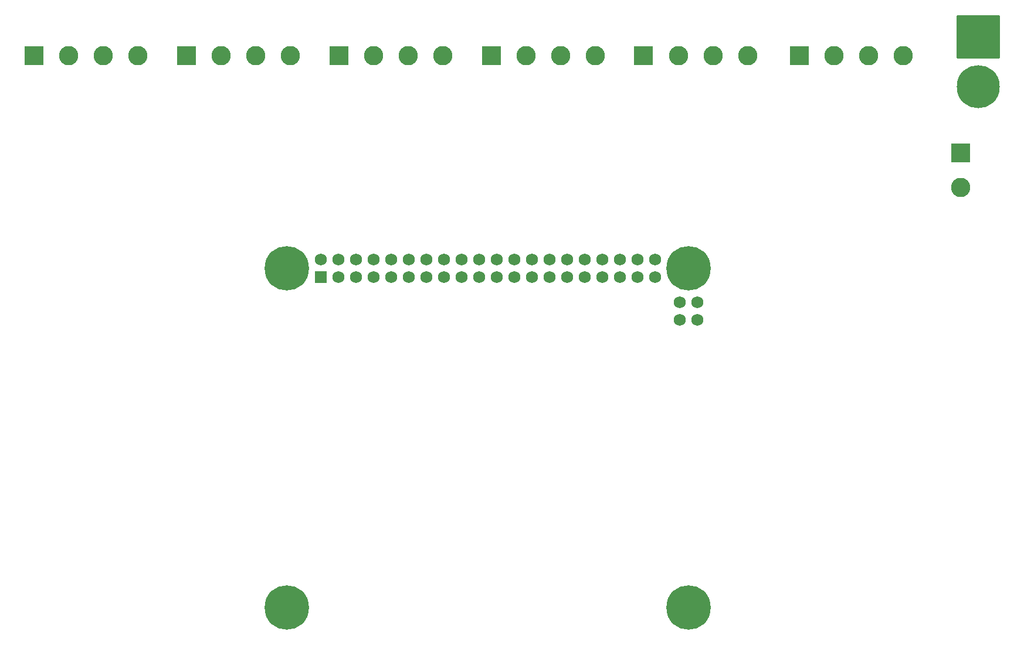
<source format=gbr>
%TF.GenerationSoftware,KiCad,Pcbnew,8.0.0*%
%TF.CreationDate,2024-03-15T12:02:56+01:00*%
%TF.ProjectId,prueba,70727565-6261-42e6-9b69-6361645f7063,v0.1*%
%TF.SameCoordinates,Original*%
%TF.FileFunction,Soldermask,Bot*%
%TF.FilePolarity,Negative*%
%FSLAX46Y46*%
G04 Gerber Fmt 4.6, Leading zero omitted, Abs format (unit mm)*
G04 Created by KiCad (PCBNEW 8.0.0) date 2024-03-15 12:02:56*
%MOMM*%
%LPD*%
G01*
G04 APERTURE LIST*
G04 Aperture macros list*
%AMRoundRect*
0 Rectangle with rounded corners*
0 $1 Rounding radius*
0 $2 $3 $4 $5 $6 $7 $8 $9 X,Y pos of 4 corners*
0 Add a 4 corners polygon primitive as box body*
4,1,4,$2,$3,$4,$5,$6,$7,$8,$9,$2,$3,0*
0 Add four circle primitives for the rounded corners*
1,1,$1+$1,$2,$3*
1,1,$1+$1,$4,$5*
1,1,$1+$1,$6,$7*
1,1,$1+$1,$8,$9*
0 Add four rect primitives between the rounded corners*
20,1,$1+$1,$2,$3,$4,$5,0*
20,1,$1+$1,$4,$5,$6,$7,0*
20,1,$1+$1,$6,$7,$8,$9,0*
20,1,$1+$1,$8,$9,$2,$3,0*%
G04 Aperture macros list end*
%ADD10R,2.800000X2.800000*%
%ADD11C,2.800000*%
%ADD12C,6.204000*%
%ADD13RoundRect,0.102000X-3.000000X3.000000X-3.000000X-3.000000X3.000000X-3.000000X3.000000X3.000000X0*%
%ADD14RoundRect,0.102000X-0.762000X-0.762000X0.762000X-0.762000X0.762000X0.762000X-0.762000X0.762000X0*%
%ADD15C,1.728000*%
%ADD16C,6.404000*%
G04 APERTURE END LIST*
D10*
%TO.C,J2*%
X136500000Y-36750000D03*
D11*
X141500000Y-36750000D03*
X146500000Y-36750000D03*
X151500000Y-36750000D03*
%TD*%
D10*
%TO.C,J3*%
X114500000Y-36750000D03*
D11*
X119500000Y-36750000D03*
X124500000Y-36750000D03*
X129500000Y-36750000D03*
%TD*%
D10*
%TO.C,J8*%
X182280000Y-50800000D03*
D11*
X182280000Y-55800000D03*
%TD*%
D12*
%TO.C,J7*%
X184820000Y-41200000D03*
D13*
X184820000Y-34000000D03*
%TD*%
D10*
%TO.C,J6*%
X48500000Y-36750000D03*
D11*
X53500000Y-36750000D03*
X58500000Y-36750000D03*
X63500000Y-36750000D03*
%TD*%
D14*
%TO.C,U1*%
X89870000Y-68770000D03*
D15*
X89870000Y-66230000D03*
X92410000Y-68770000D03*
X92410000Y-66230000D03*
X94950000Y-68770000D03*
X94950000Y-66230000D03*
X97490000Y-68770000D03*
X97490000Y-66230000D03*
X100030000Y-68770000D03*
X100030000Y-66230000D03*
X102570000Y-68770000D03*
X102570000Y-66230000D03*
X105110000Y-68770000D03*
X105110000Y-66230000D03*
X107650000Y-68770000D03*
X107650000Y-66230000D03*
X110190000Y-68770000D03*
X110190000Y-66230000D03*
X112730000Y-68770000D03*
X112730000Y-66230000D03*
X115270000Y-68770000D03*
X115270000Y-66230000D03*
X117810000Y-68770000D03*
X117810000Y-66230000D03*
X120350000Y-68770000D03*
X120350000Y-66230000D03*
X122890000Y-68770000D03*
X122890000Y-66230000D03*
X125430000Y-68770000D03*
X125430000Y-66230000D03*
X127970000Y-68770000D03*
X127970000Y-66230000D03*
X130510000Y-68770000D03*
X130510000Y-66230000D03*
X133050000Y-68770000D03*
X133050000Y-66230000D03*
X135590000Y-68770000D03*
X135590000Y-66230000D03*
X138130000Y-68770000D03*
X138130000Y-66230000D03*
X144230000Y-74893000D03*
X144230000Y-72353000D03*
X141690000Y-74893000D03*
X141690000Y-72353000D03*
D16*
X85000000Y-67500000D03*
X143000000Y-67500000D03*
X143000000Y-116500000D03*
X85000000Y-116500000D03*
%TD*%
D10*
%TO.C,J4*%
X92500000Y-36750000D03*
D11*
X97500000Y-36750000D03*
X102500000Y-36750000D03*
X107500000Y-36750000D03*
%TD*%
D10*
%TO.C,J1*%
X159000000Y-36750000D03*
D11*
X164000000Y-36750000D03*
X169000000Y-36750000D03*
X174000000Y-36750000D03*
%TD*%
D10*
%TO.C,J5*%
X70500000Y-36750000D03*
D11*
X75500000Y-36750000D03*
X80500000Y-36750000D03*
X85500000Y-36750000D03*
%TD*%
M02*

</source>
